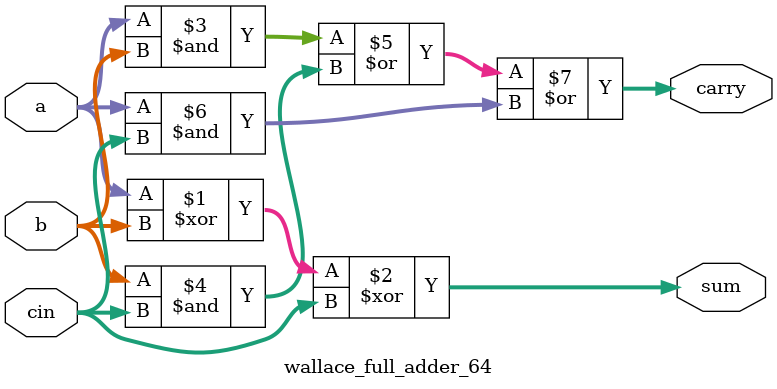
<source format=sv>
module adaptive_quant(
    input  [31:0] f,
    input  [7:0]  bits,
    output reg [31:0] q
);
    reg [31:0] scale;
    wire [63:0] wallace_product;
    reg        is_positive;
    reg        is_overflow_pos;
    reg        is_overflow_neg;
    reg [32:0] temp_high;
    reg [32:0] neg_mask;

    wallace_multiplier_32x32 u_wallace_multiplier_32x32 (
        .multiplicand(f),
        .multiplier(scale),
        .product(wallace_product)
    );

    always @(*) begin
        scale = 32'b1 << bits;

        is_positive    = (f[31] == 1'b0);
        temp_high      = wallace_product[63:31];
        neg_mask       = {33{1'b1}};
        is_overflow_pos = is_positive && (temp_high != 33'b0);
        is_overflow_neg = ~is_positive && (temp_high != neg_mask);

        if (is_overflow_pos) begin
            q = 32'h7FFFFFFF;
        end else if (is_overflow_neg) begin
            q = 32'h80000000;
        end else begin
            q = wallace_product[31:0];
        end
    end
endmodule

module wallace_multiplier_32x32 (
    input  [31:0] multiplicand,
    input  [31:0] multiplier,
    output [63:0] product
);
    wire [63:0] partial_products [31:0];
    genvar i;

    // Generate partial products
    generate
        for (i = 0; i < 32; i = i + 1) begin : gen_partial_products
            assign partial_products[i] = multiplier[i] ? (multiplicand << i) : 64'b0;
        end
    endgenerate

    // Wallace tree reduction
    wire [63:0] stage1_sum [15:0], stage1_carry [15:0];
    wire [63:0] stage2_sum [7:0],  stage2_carry [7:0];
    wire [63:0] stage3_sum [3:0],  stage3_carry [3:0];
    wire [63:0] stage4_sum [1:0],  stage4_carry [1:0];
    wire [63:0] stage5_sum, stage5_carry;

    // First stage: reduce 32 partial products to 16
    generate
        for (i = 0; i < 16; i = i + 1) begin : stage1
            wallace_full_adder_64 fa1 (
                .a(partial_products[i*2]),
                .b(partial_products[i*2+1]),
                .cin(64'b0),
                .sum(stage1_sum[i]),
                .carry(stage1_carry[i])
            );
        end
    endgenerate

    // Second stage: reduce 16 to 8
    generate
        for (i = 0; i < 8; i = i + 1) begin : stage2
            wallace_full_adder_64 fa2 (
                .a(stage1_sum[i*2]),
                .b(stage1_sum[i*2+1]),
                .cin(stage1_carry[i*2]),
                .sum(stage2_sum[i]),
                .carry(stage2_carry[i])
            );
        end
    endgenerate

    // Third stage: reduce 8 to 4
    generate
        for (i = 0; i < 4; i = i + 1) begin : stage3
            wallace_full_adder_64 fa3 (
                .a(stage2_sum[i*2]),
                .b(stage2_sum[i*2+1]),
                .cin(stage2_carry[i*2]),
                .sum(stage3_sum[i]),
                .carry(stage3_carry[i])
            );
        end
    endgenerate

    // Fourth stage: reduce 4 to 2
    generate
        for (i = 0; i < 2; i = i + 1) begin : stage4
            wallace_full_adder_64 fa4 (
                .a(stage3_sum[i*2]),
                .b(stage3_sum[i*2+1]),
                .cin(stage3_carry[i*2]),
                .sum(stage4_sum[i]),
                .carry(stage4_carry[i])
            );
        end
    endgenerate

    // Fifth stage: reduce 2 to 1 (final sum and carry)
    wallace_full_adder_64 fa5 (
        .a(stage4_sum[0]),
        .b(stage4_sum[1]),
        .cin(stage4_carry[0]),
        .sum(stage5_sum),
        .carry(stage5_carry)
    );

    // Final product: sum + carry shifted left by 1
    assign product = stage5_sum + (stage5_carry << 1);

endmodule

module wallace_full_adder_64 (
    input  [63:0] a,
    input  [63:0] b,
    input  [63:0] cin,
    output [63:0] sum,
    output [63:0] carry
);
    assign sum   = a ^ b ^ cin;
    assign carry = (a & b) | (b & cin) | (a & cin);
endmodule
</source>
